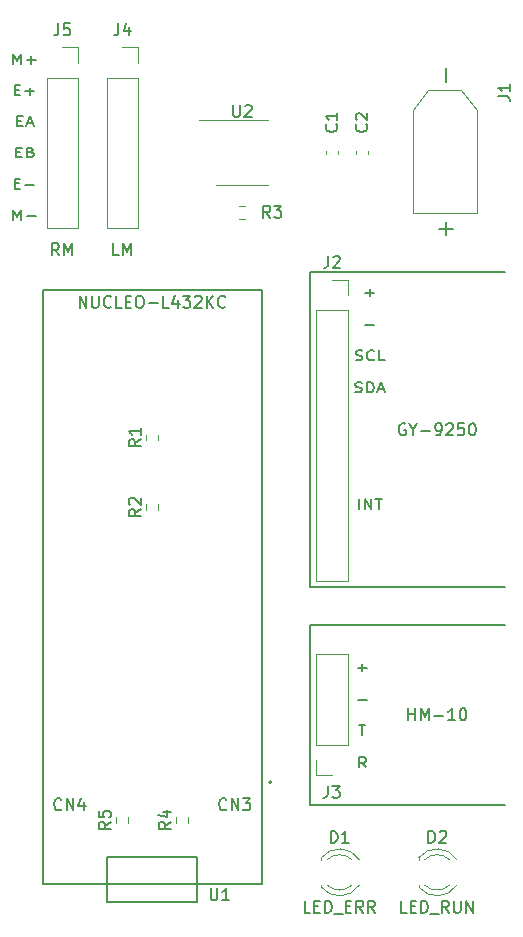
<source format=gbr>
%TF.GenerationSoftware,KiCad,Pcbnew,(6.0.7)*%
%TF.CreationDate,2023-08-01T01:27:09+09:00*%
%TF.ProjectId,graduate-project,67726164-7561-4746-952d-70726f6a6563,rev?*%
%TF.SameCoordinates,Original*%
%TF.FileFunction,Legend,Top*%
%TF.FilePolarity,Positive*%
%FSLAX46Y46*%
G04 Gerber Fmt 4.6, Leading zero omitted, Abs format (unit mm)*
G04 Created by KiCad (PCBNEW (6.0.7)) date 2023-08-01 01:27:09*
%MOMM*%
%LPD*%
G01*
G04 APERTURE LIST*
%ADD10C,0.150000*%
%ADD11C,0.120000*%
%ADD12C,0.127000*%
%ADD13C,0.200000*%
G04 APERTURE END LIST*
D10*
X76835000Y-89535000D02*
X76835000Y-104775000D01*
X93345000Y-59690000D02*
X76835000Y-59690000D01*
X59690000Y-109220000D02*
X67310000Y-109220000D01*
X67310000Y-109220000D02*
X67310000Y-113030000D01*
X67310000Y-113030000D02*
X59690000Y-113030000D01*
X59690000Y-113030000D02*
X59690000Y-109220000D01*
X76835000Y-104775000D02*
X93345000Y-104775000D01*
X93345000Y-89535000D02*
X76835000Y-89535000D01*
X76835000Y-86360000D02*
X93345000Y-86360000D01*
X76835000Y-59690000D02*
X76835000Y-86360000D01*
X69794523Y-105132142D02*
X69746904Y-105179761D01*
X69604047Y-105227380D01*
X69508809Y-105227380D01*
X69365952Y-105179761D01*
X69270714Y-105084523D01*
X69223095Y-104989285D01*
X69175476Y-104798809D01*
X69175476Y-104655952D01*
X69223095Y-104465476D01*
X69270714Y-104370238D01*
X69365952Y-104275000D01*
X69508809Y-104227380D01*
X69604047Y-104227380D01*
X69746904Y-104275000D01*
X69794523Y-104322619D01*
X70223095Y-105227380D02*
X70223095Y-104227380D01*
X70794523Y-105227380D01*
X70794523Y-104227380D01*
X71175476Y-104227380D02*
X71794523Y-104227380D01*
X71461190Y-104608333D01*
X71604047Y-104608333D01*
X71699285Y-104655952D01*
X71746904Y-104703571D01*
X71794523Y-104798809D01*
X71794523Y-105036904D01*
X71746904Y-105132142D01*
X71699285Y-105179761D01*
X71604047Y-105227380D01*
X71318333Y-105227380D01*
X71223095Y-105179761D01*
X71175476Y-105132142D01*
X55824523Y-105132142D02*
X55776904Y-105179761D01*
X55634047Y-105227380D01*
X55538809Y-105227380D01*
X55395952Y-105179761D01*
X55300714Y-105084523D01*
X55253095Y-104989285D01*
X55205476Y-104798809D01*
X55205476Y-104655952D01*
X55253095Y-104465476D01*
X55300714Y-104370238D01*
X55395952Y-104275000D01*
X55538809Y-104227380D01*
X55634047Y-104227380D01*
X55776904Y-104275000D01*
X55824523Y-104322619D01*
X56253095Y-105227380D02*
X56253095Y-104227380D01*
X56824523Y-105227380D01*
X56824523Y-104227380D01*
X57729285Y-104560714D02*
X57729285Y-105227380D01*
X57491190Y-104179761D02*
X57253095Y-104894047D01*
X57872142Y-104894047D01*
X81534047Y-61407800D02*
X82295952Y-61407800D01*
X81915000Y-61727800D02*
X81915000Y-61087800D01*
X81534047Y-64112600D02*
X82295952Y-64112600D01*
X80724523Y-67097400D02*
X80867380Y-67137400D01*
X81105476Y-67137400D01*
X81200714Y-67097400D01*
X81248333Y-67057400D01*
X81295952Y-66977400D01*
X81295952Y-66897400D01*
X81248333Y-66817400D01*
X81200714Y-66777400D01*
X81105476Y-66737400D01*
X80915000Y-66697400D01*
X80819761Y-66657400D01*
X80772142Y-66617400D01*
X80724523Y-66537400D01*
X80724523Y-66457400D01*
X80772142Y-66377400D01*
X80819761Y-66337400D01*
X80915000Y-66297400D01*
X81153095Y-66297400D01*
X81295952Y-66337400D01*
X82295952Y-67057400D02*
X82248333Y-67097400D01*
X82105476Y-67137400D01*
X82010238Y-67137400D01*
X81867380Y-67097400D01*
X81772142Y-67017400D01*
X81724523Y-66937400D01*
X81676904Y-66777400D01*
X81676904Y-66657400D01*
X81724523Y-66497400D01*
X81772142Y-66417400D01*
X81867380Y-66337400D01*
X82010238Y-66297400D01*
X82105476Y-66297400D01*
X82248333Y-66337400D01*
X82295952Y-66377400D01*
X83200714Y-67137400D02*
X82724523Y-67137400D01*
X82724523Y-66297400D01*
X80700714Y-69802200D02*
X80843571Y-69842200D01*
X81081666Y-69842200D01*
X81176904Y-69802200D01*
X81224523Y-69762200D01*
X81272142Y-69682200D01*
X81272142Y-69602200D01*
X81224523Y-69522200D01*
X81176904Y-69482200D01*
X81081666Y-69442200D01*
X80891190Y-69402200D01*
X80795952Y-69362200D01*
X80748333Y-69322200D01*
X80700714Y-69242200D01*
X80700714Y-69162200D01*
X80748333Y-69082200D01*
X80795952Y-69042200D01*
X80891190Y-69002200D01*
X81129285Y-69002200D01*
X81272142Y-69042200D01*
X81700714Y-69842200D02*
X81700714Y-69002200D01*
X81938809Y-69002200D01*
X82081666Y-69042200D01*
X82176904Y-69122200D01*
X82224523Y-69202200D01*
X82272142Y-69362200D01*
X82272142Y-69482200D01*
X82224523Y-69642200D01*
X82176904Y-69722200D01*
X82081666Y-69802200D01*
X81938809Y-69842200D01*
X81700714Y-69842200D01*
X82653095Y-69602200D02*
X83129285Y-69602200D01*
X82557857Y-69842200D02*
X82891190Y-69002200D01*
X83224523Y-69842200D01*
X80899047Y-93157800D02*
X81660952Y-93157800D01*
X81280000Y-93477800D02*
X81280000Y-92837800D01*
X80899047Y-95862600D02*
X81660952Y-95862600D01*
X80994285Y-98047400D02*
X81565714Y-98047400D01*
X81280000Y-98887400D02*
X81280000Y-98047400D01*
X81589523Y-101592200D02*
X81256190Y-101192200D01*
X81018095Y-101592200D02*
X81018095Y-100752200D01*
X81399047Y-100752200D01*
X81494285Y-100792200D01*
X81541904Y-100832200D01*
X81589523Y-100912200D01*
X81589523Y-101032200D01*
X81541904Y-101112200D01*
X81494285Y-101152200D01*
X81399047Y-101192200D01*
X81018095Y-101192200D01*
X51752619Y-42029952D02*
X51752619Y-41209952D01*
X52085952Y-41795666D01*
X52419285Y-41209952D01*
X52419285Y-42029952D01*
X52895476Y-41717571D02*
X53657380Y-41717571D01*
X53276428Y-42029952D02*
X53276428Y-41405190D01*
X51871666Y-44240828D02*
X52205000Y-44240828D01*
X52347857Y-44670352D02*
X51871666Y-44670352D01*
X51871666Y-43850352D01*
X52347857Y-43850352D01*
X52776428Y-44357971D02*
X53538333Y-44357971D01*
X53157380Y-44670352D02*
X53157380Y-44045590D01*
X52062142Y-46881228D02*
X52395476Y-46881228D01*
X52538333Y-47310752D02*
X52062142Y-47310752D01*
X52062142Y-46490752D01*
X52538333Y-46490752D01*
X52919285Y-47076466D02*
X53395476Y-47076466D01*
X52824047Y-47310752D02*
X53157380Y-46490752D01*
X53490714Y-47310752D01*
X51990714Y-49521628D02*
X52324047Y-49521628D01*
X52466904Y-49951152D02*
X51990714Y-49951152D01*
X51990714Y-49131152D01*
X52466904Y-49131152D01*
X53228809Y-49521628D02*
X53371666Y-49560676D01*
X53419285Y-49599723D01*
X53466904Y-49677819D01*
X53466904Y-49794961D01*
X53419285Y-49873057D01*
X53371666Y-49912104D01*
X53276428Y-49951152D01*
X52895476Y-49951152D01*
X52895476Y-49131152D01*
X53228809Y-49131152D01*
X53324047Y-49170200D01*
X53371666Y-49209247D01*
X53419285Y-49287342D01*
X53419285Y-49365438D01*
X53371666Y-49443533D01*
X53324047Y-49482580D01*
X53228809Y-49521628D01*
X52895476Y-49521628D01*
X51871666Y-52162028D02*
X52205000Y-52162028D01*
X52347857Y-52591552D02*
X51871666Y-52591552D01*
X51871666Y-51771552D01*
X52347857Y-51771552D01*
X52776428Y-52279171D02*
X53538333Y-52279171D01*
X51752619Y-55231952D02*
X51752619Y-54411952D01*
X52085952Y-54997666D01*
X52419285Y-54411952D01*
X52419285Y-55231952D01*
X52895476Y-54919571D02*
X53657380Y-54919571D01*
X81010238Y-79755000D02*
X81010238Y-78915000D01*
X81486428Y-79755000D02*
X81486428Y-78915000D01*
X82057857Y-79755000D01*
X82057857Y-78915000D01*
X82391190Y-78915000D02*
X82962619Y-78915000D01*
X82676904Y-79755000D02*
X82676904Y-78915000D01*
X55618095Y-58237380D02*
X55284761Y-57761190D01*
X55046666Y-58237380D02*
X55046666Y-57237380D01*
X55427619Y-57237380D01*
X55522857Y-57285000D01*
X55570476Y-57332619D01*
X55618095Y-57427857D01*
X55618095Y-57570714D01*
X55570476Y-57665952D01*
X55522857Y-57713571D01*
X55427619Y-57761190D01*
X55046666Y-57761190D01*
X56046666Y-58237380D02*
X56046666Y-57237380D01*
X56380000Y-57951666D01*
X56713333Y-57237380D01*
X56713333Y-58237380D01*
X60698095Y-58237380D02*
X60221904Y-58237380D01*
X60221904Y-57237380D01*
X61031428Y-58237380D02*
X61031428Y-57237380D01*
X61364761Y-57951666D01*
X61698095Y-57237380D01*
X61698095Y-58237380D01*
%TO.C,J2*%
X78406666Y-58307380D02*
X78406666Y-59021666D01*
X78359047Y-59164523D01*
X78263809Y-59259761D01*
X78120952Y-59307380D01*
X78025714Y-59307380D01*
X78835238Y-58402619D02*
X78882857Y-58355000D01*
X78978095Y-58307380D01*
X79216190Y-58307380D01*
X79311428Y-58355000D01*
X79359047Y-58402619D01*
X79406666Y-58497857D01*
X79406666Y-58593095D01*
X79359047Y-58735952D01*
X78787619Y-59307380D01*
X79406666Y-59307380D01*
X84939523Y-72525000D02*
X84844285Y-72477380D01*
X84701428Y-72477380D01*
X84558571Y-72525000D01*
X84463333Y-72620238D01*
X84415714Y-72715476D01*
X84368095Y-72905952D01*
X84368095Y-73048809D01*
X84415714Y-73239285D01*
X84463333Y-73334523D01*
X84558571Y-73429761D01*
X84701428Y-73477380D01*
X84796666Y-73477380D01*
X84939523Y-73429761D01*
X84987142Y-73382142D01*
X84987142Y-73048809D01*
X84796666Y-73048809D01*
X85606190Y-73001190D02*
X85606190Y-73477380D01*
X85272857Y-72477380D02*
X85606190Y-73001190D01*
X85939523Y-72477380D01*
X86272857Y-73096428D02*
X87034761Y-73096428D01*
X87558571Y-73477380D02*
X87749047Y-73477380D01*
X87844285Y-73429761D01*
X87891904Y-73382142D01*
X87987142Y-73239285D01*
X88034761Y-73048809D01*
X88034761Y-72667857D01*
X87987142Y-72572619D01*
X87939523Y-72525000D01*
X87844285Y-72477380D01*
X87653809Y-72477380D01*
X87558571Y-72525000D01*
X87510952Y-72572619D01*
X87463333Y-72667857D01*
X87463333Y-72905952D01*
X87510952Y-73001190D01*
X87558571Y-73048809D01*
X87653809Y-73096428D01*
X87844285Y-73096428D01*
X87939523Y-73048809D01*
X87987142Y-73001190D01*
X88034761Y-72905952D01*
X88415714Y-72572619D02*
X88463333Y-72525000D01*
X88558571Y-72477380D01*
X88796666Y-72477380D01*
X88891904Y-72525000D01*
X88939523Y-72572619D01*
X88987142Y-72667857D01*
X88987142Y-72763095D01*
X88939523Y-72905952D01*
X88368095Y-73477380D01*
X88987142Y-73477380D01*
X89891904Y-72477380D02*
X89415714Y-72477380D01*
X89368095Y-72953571D01*
X89415714Y-72905952D01*
X89510952Y-72858333D01*
X89749047Y-72858333D01*
X89844285Y-72905952D01*
X89891904Y-72953571D01*
X89939523Y-73048809D01*
X89939523Y-73286904D01*
X89891904Y-73382142D01*
X89844285Y-73429761D01*
X89749047Y-73477380D01*
X89510952Y-73477380D01*
X89415714Y-73429761D01*
X89368095Y-73382142D01*
X90558571Y-72477380D02*
X90653809Y-72477380D01*
X90749047Y-72525000D01*
X90796666Y-72572619D01*
X90844285Y-72667857D01*
X90891904Y-72858333D01*
X90891904Y-73096428D01*
X90844285Y-73286904D01*
X90796666Y-73382142D01*
X90749047Y-73429761D01*
X90653809Y-73477380D01*
X90558571Y-73477380D01*
X90463333Y-73429761D01*
X90415714Y-73382142D01*
X90368095Y-73286904D01*
X90320476Y-73096428D01*
X90320476Y-72858333D01*
X90368095Y-72667857D01*
X90415714Y-72572619D01*
X90463333Y-72525000D01*
X90558571Y-72477380D01*
%TO.C,R3*%
X73493333Y-55062380D02*
X73160000Y-54586190D01*
X72921904Y-55062380D02*
X72921904Y-54062380D01*
X73302857Y-54062380D01*
X73398095Y-54110000D01*
X73445714Y-54157619D01*
X73493333Y-54252857D01*
X73493333Y-54395714D01*
X73445714Y-54490952D01*
X73398095Y-54538571D01*
X73302857Y-54586190D01*
X72921904Y-54586190D01*
X73826666Y-54062380D02*
X74445714Y-54062380D01*
X74112380Y-54443333D01*
X74255238Y-54443333D01*
X74350476Y-54490952D01*
X74398095Y-54538571D01*
X74445714Y-54633809D01*
X74445714Y-54871904D01*
X74398095Y-54967142D01*
X74350476Y-55014761D01*
X74255238Y-55062380D01*
X73969523Y-55062380D01*
X73874285Y-55014761D01*
X73826666Y-54967142D01*
%TO.C,C2*%
X81637142Y-47156666D02*
X81684761Y-47204285D01*
X81732380Y-47347142D01*
X81732380Y-47442380D01*
X81684761Y-47585238D01*
X81589523Y-47680476D01*
X81494285Y-47728095D01*
X81303809Y-47775714D01*
X81160952Y-47775714D01*
X80970476Y-47728095D01*
X80875238Y-47680476D01*
X80780000Y-47585238D01*
X80732380Y-47442380D01*
X80732380Y-47347142D01*
X80780000Y-47204285D01*
X80827619Y-47156666D01*
X80827619Y-46775714D02*
X80780000Y-46728095D01*
X80732380Y-46632857D01*
X80732380Y-46394761D01*
X80780000Y-46299523D01*
X80827619Y-46251904D01*
X80922857Y-46204285D01*
X81018095Y-46204285D01*
X81160952Y-46251904D01*
X81732380Y-46823333D01*
X81732380Y-46204285D01*
%TO.C,D1*%
X78631904Y-107982380D02*
X78631904Y-106982380D01*
X78870000Y-106982380D01*
X79012857Y-107030000D01*
X79108095Y-107125238D01*
X79155714Y-107220476D01*
X79203333Y-107410952D01*
X79203333Y-107553809D01*
X79155714Y-107744285D01*
X79108095Y-107839523D01*
X79012857Y-107934761D01*
X78870000Y-107982380D01*
X78631904Y-107982380D01*
X80155714Y-107982380D02*
X79584285Y-107982380D01*
X79870000Y-107982380D02*
X79870000Y-106982380D01*
X79774761Y-107125238D01*
X79679523Y-107220476D01*
X79584285Y-107268095D01*
X76893809Y-113902380D02*
X76417619Y-113902380D01*
X76417619Y-112902380D01*
X77227142Y-113378571D02*
X77560476Y-113378571D01*
X77703333Y-113902380D02*
X77227142Y-113902380D01*
X77227142Y-112902380D01*
X77703333Y-112902380D01*
X78131904Y-113902380D02*
X78131904Y-112902380D01*
X78370000Y-112902380D01*
X78512857Y-112950000D01*
X78608095Y-113045238D01*
X78655714Y-113140476D01*
X78703333Y-113330952D01*
X78703333Y-113473809D01*
X78655714Y-113664285D01*
X78608095Y-113759523D01*
X78512857Y-113854761D01*
X78370000Y-113902380D01*
X78131904Y-113902380D01*
X78893809Y-113997619D02*
X79655714Y-113997619D01*
X79893809Y-113378571D02*
X80227142Y-113378571D01*
X80370000Y-113902380D02*
X79893809Y-113902380D01*
X79893809Y-112902380D01*
X80370000Y-112902380D01*
X81370000Y-113902380D02*
X81036666Y-113426190D01*
X80798571Y-113902380D02*
X80798571Y-112902380D01*
X81179523Y-112902380D01*
X81274761Y-112950000D01*
X81322380Y-112997619D01*
X81370000Y-113092857D01*
X81370000Y-113235714D01*
X81322380Y-113330952D01*
X81274761Y-113378571D01*
X81179523Y-113426190D01*
X80798571Y-113426190D01*
X82370000Y-113902380D02*
X82036666Y-113426190D01*
X81798571Y-113902380D02*
X81798571Y-112902380D01*
X82179523Y-112902380D01*
X82274761Y-112950000D01*
X82322380Y-112997619D01*
X82370000Y-113092857D01*
X82370000Y-113235714D01*
X82322380Y-113330952D01*
X82274761Y-113378571D01*
X82179523Y-113426190D01*
X81798571Y-113426190D01*
%TO.C,R2*%
X62522380Y-79731666D02*
X62046190Y-80065000D01*
X62522380Y-80303095D02*
X61522380Y-80303095D01*
X61522380Y-79922142D01*
X61570000Y-79826904D01*
X61617619Y-79779285D01*
X61712857Y-79731666D01*
X61855714Y-79731666D01*
X61950952Y-79779285D01*
X61998571Y-79826904D01*
X62046190Y-79922142D01*
X62046190Y-80303095D01*
X61617619Y-79350714D02*
X61570000Y-79303095D01*
X61522380Y-79207857D01*
X61522380Y-78969761D01*
X61570000Y-78874523D01*
X61617619Y-78826904D01*
X61712857Y-78779285D01*
X61808095Y-78779285D01*
X61950952Y-78826904D01*
X62522380Y-79398333D01*
X62522380Y-78779285D01*
%TO.C,R1*%
X62522380Y-73826666D02*
X62046190Y-74160000D01*
X62522380Y-74398095D02*
X61522380Y-74398095D01*
X61522380Y-74017142D01*
X61570000Y-73921904D01*
X61617619Y-73874285D01*
X61712857Y-73826666D01*
X61855714Y-73826666D01*
X61950952Y-73874285D01*
X61998571Y-73921904D01*
X62046190Y-74017142D01*
X62046190Y-74398095D01*
X62522380Y-72874285D02*
X62522380Y-73445714D01*
X62522380Y-73160000D02*
X61522380Y-73160000D01*
X61665238Y-73255238D01*
X61760476Y-73350476D01*
X61808095Y-73445714D01*
%TO.C,D2*%
X86886904Y-107982380D02*
X86886904Y-106982380D01*
X87125000Y-106982380D01*
X87267857Y-107030000D01*
X87363095Y-107125238D01*
X87410714Y-107220476D01*
X87458333Y-107410952D01*
X87458333Y-107553809D01*
X87410714Y-107744285D01*
X87363095Y-107839523D01*
X87267857Y-107934761D01*
X87125000Y-107982380D01*
X86886904Y-107982380D01*
X87839285Y-107077619D02*
X87886904Y-107030000D01*
X87982142Y-106982380D01*
X88220238Y-106982380D01*
X88315476Y-107030000D01*
X88363095Y-107077619D01*
X88410714Y-107172857D01*
X88410714Y-107268095D01*
X88363095Y-107410952D01*
X87791666Y-107982380D01*
X88410714Y-107982380D01*
X85053571Y-113902380D02*
X84577380Y-113902380D01*
X84577380Y-112902380D01*
X85386904Y-113378571D02*
X85720238Y-113378571D01*
X85863095Y-113902380D02*
X85386904Y-113902380D01*
X85386904Y-112902380D01*
X85863095Y-112902380D01*
X86291666Y-113902380D02*
X86291666Y-112902380D01*
X86529761Y-112902380D01*
X86672619Y-112950000D01*
X86767857Y-113045238D01*
X86815476Y-113140476D01*
X86863095Y-113330952D01*
X86863095Y-113473809D01*
X86815476Y-113664285D01*
X86767857Y-113759523D01*
X86672619Y-113854761D01*
X86529761Y-113902380D01*
X86291666Y-113902380D01*
X87053571Y-113997619D02*
X87815476Y-113997619D01*
X88625000Y-113902380D02*
X88291666Y-113426190D01*
X88053571Y-113902380D02*
X88053571Y-112902380D01*
X88434523Y-112902380D01*
X88529761Y-112950000D01*
X88577380Y-112997619D01*
X88625000Y-113092857D01*
X88625000Y-113235714D01*
X88577380Y-113330952D01*
X88529761Y-113378571D01*
X88434523Y-113426190D01*
X88053571Y-113426190D01*
X89053571Y-112902380D02*
X89053571Y-113711904D01*
X89101190Y-113807142D01*
X89148809Y-113854761D01*
X89244047Y-113902380D01*
X89434523Y-113902380D01*
X89529761Y-113854761D01*
X89577380Y-113807142D01*
X89625000Y-113711904D01*
X89625000Y-112902380D01*
X90101190Y-113902380D02*
X90101190Y-112902380D01*
X90672619Y-113902380D01*
X90672619Y-112902380D01*
%TO.C,R4*%
X65062380Y-106211666D02*
X64586190Y-106545000D01*
X65062380Y-106783095D02*
X64062380Y-106783095D01*
X64062380Y-106402142D01*
X64110000Y-106306904D01*
X64157619Y-106259285D01*
X64252857Y-106211666D01*
X64395714Y-106211666D01*
X64490952Y-106259285D01*
X64538571Y-106306904D01*
X64586190Y-106402142D01*
X64586190Y-106783095D01*
X64395714Y-105354523D02*
X65062380Y-105354523D01*
X64014761Y-105592619D02*
X64729047Y-105830714D01*
X64729047Y-105211666D01*
%TO.C,C1*%
X79097142Y-47156666D02*
X79144761Y-47204285D01*
X79192380Y-47347142D01*
X79192380Y-47442380D01*
X79144761Y-47585238D01*
X79049523Y-47680476D01*
X78954285Y-47728095D01*
X78763809Y-47775714D01*
X78620952Y-47775714D01*
X78430476Y-47728095D01*
X78335238Y-47680476D01*
X78240000Y-47585238D01*
X78192380Y-47442380D01*
X78192380Y-47347142D01*
X78240000Y-47204285D01*
X78287619Y-47156666D01*
X79192380Y-46204285D02*
X79192380Y-46775714D01*
X79192380Y-46490000D02*
X78192380Y-46490000D01*
X78335238Y-46585238D01*
X78430476Y-46680476D01*
X78478095Y-46775714D01*
%TO.C,R5*%
X59982380Y-106211666D02*
X59506190Y-106545000D01*
X59982380Y-106783095D02*
X58982380Y-106783095D01*
X58982380Y-106402142D01*
X59030000Y-106306904D01*
X59077619Y-106259285D01*
X59172857Y-106211666D01*
X59315714Y-106211666D01*
X59410952Y-106259285D01*
X59458571Y-106306904D01*
X59506190Y-106402142D01*
X59506190Y-106783095D01*
X58982380Y-105306904D02*
X58982380Y-105783095D01*
X59458571Y-105830714D01*
X59410952Y-105783095D01*
X59363333Y-105687857D01*
X59363333Y-105449761D01*
X59410952Y-105354523D01*
X59458571Y-105306904D01*
X59553809Y-105259285D01*
X59791904Y-105259285D01*
X59887142Y-105306904D01*
X59934761Y-105354523D01*
X59982380Y-105449761D01*
X59982380Y-105687857D01*
X59934761Y-105783095D01*
X59887142Y-105830714D01*
%TO.C,U1*%
X68453095Y-111847380D02*
X68453095Y-112656904D01*
X68500714Y-112752142D01*
X68548333Y-112799761D01*
X68643571Y-112847380D01*
X68834047Y-112847380D01*
X68929285Y-112799761D01*
X68976904Y-112752142D01*
X69024523Y-112656904D01*
X69024523Y-111847380D01*
X70024523Y-112847380D02*
X69453095Y-112847380D01*
X69738809Y-112847380D02*
X69738809Y-111847380D01*
X69643571Y-111990238D01*
X69548333Y-112085476D01*
X69453095Y-112133095D01*
X57357142Y-62682380D02*
X57357142Y-61682380D01*
X57928571Y-62682380D01*
X57928571Y-61682380D01*
X58404761Y-61682380D02*
X58404761Y-62491904D01*
X58452380Y-62587142D01*
X58500000Y-62634761D01*
X58595238Y-62682380D01*
X58785714Y-62682380D01*
X58880952Y-62634761D01*
X58928571Y-62587142D01*
X58976190Y-62491904D01*
X58976190Y-61682380D01*
X60023809Y-62587142D02*
X59976190Y-62634761D01*
X59833333Y-62682380D01*
X59738095Y-62682380D01*
X59595238Y-62634761D01*
X59500000Y-62539523D01*
X59452380Y-62444285D01*
X59404761Y-62253809D01*
X59404761Y-62110952D01*
X59452380Y-61920476D01*
X59500000Y-61825238D01*
X59595238Y-61730000D01*
X59738095Y-61682380D01*
X59833333Y-61682380D01*
X59976190Y-61730000D01*
X60023809Y-61777619D01*
X60928571Y-62682380D02*
X60452380Y-62682380D01*
X60452380Y-61682380D01*
X61261904Y-62158571D02*
X61595238Y-62158571D01*
X61738095Y-62682380D02*
X61261904Y-62682380D01*
X61261904Y-61682380D01*
X61738095Y-61682380D01*
X62357142Y-61682380D02*
X62547619Y-61682380D01*
X62642857Y-61730000D01*
X62738095Y-61825238D01*
X62785714Y-62015714D01*
X62785714Y-62349047D01*
X62738095Y-62539523D01*
X62642857Y-62634761D01*
X62547619Y-62682380D01*
X62357142Y-62682380D01*
X62261904Y-62634761D01*
X62166666Y-62539523D01*
X62119047Y-62349047D01*
X62119047Y-62015714D01*
X62166666Y-61825238D01*
X62261904Y-61730000D01*
X62357142Y-61682380D01*
X63214285Y-62301428D02*
X63976190Y-62301428D01*
X64928571Y-62682380D02*
X64452380Y-62682380D01*
X64452380Y-61682380D01*
X65690476Y-62015714D02*
X65690476Y-62682380D01*
X65452380Y-61634761D02*
X65214285Y-62349047D01*
X65833333Y-62349047D01*
X66119047Y-61682380D02*
X66738095Y-61682380D01*
X66404761Y-62063333D01*
X66547619Y-62063333D01*
X66642857Y-62110952D01*
X66690476Y-62158571D01*
X66738095Y-62253809D01*
X66738095Y-62491904D01*
X66690476Y-62587142D01*
X66642857Y-62634761D01*
X66547619Y-62682380D01*
X66261904Y-62682380D01*
X66166666Y-62634761D01*
X66119047Y-62587142D01*
X67119047Y-61777619D02*
X67166666Y-61730000D01*
X67261904Y-61682380D01*
X67500000Y-61682380D01*
X67595238Y-61730000D01*
X67642857Y-61777619D01*
X67690476Y-61872857D01*
X67690476Y-61968095D01*
X67642857Y-62110952D01*
X67071428Y-62682380D01*
X67690476Y-62682380D01*
X68119047Y-62682380D02*
X68119047Y-61682380D01*
X68690476Y-62682380D02*
X68261904Y-62110952D01*
X68690476Y-61682380D02*
X68119047Y-62253809D01*
X69690476Y-62587142D02*
X69642857Y-62634761D01*
X69500000Y-62682380D01*
X69404761Y-62682380D01*
X69261904Y-62634761D01*
X69166666Y-62539523D01*
X69119047Y-62444285D01*
X69071428Y-62253809D01*
X69071428Y-62110952D01*
X69119047Y-61920476D01*
X69166666Y-61825238D01*
X69261904Y-61730000D01*
X69404761Y-61682380D01*
X69500000Y-61682380D01*
X69642857Y-61730000D01*
X69690476Y-61777619D01*
%TO.C,U2*%
X70358095Y-45532380D02*
X70358095Y-46341904D01*
X70405714Y-46437142D01*
X70453333Y-46484761D01*
X70548571Y-46532380D01*
X70739047Y-46532380D01*
X70834285Y-46484761D01*
X70881904Y-46437142D01*
X70929523Y-46341904D01*
X70929523Y-45532380D01*
X71358095Y-45627619D02*
X71405714Y-45580000D01*
X71500952Y-45532380D01*
X71739047Y-45532380D01*
X71834285Y-45580000D01*
X71881904Y-45627619D01*
X71929523Y-45722857D01*
X71929523Y-45818095D01*
X71881904Y-45960952D01*
X71310476Y-46532380D01*
X71929523Y-46532380D01*
%TO.C,J5*%
X55571666Y-38617380D02*
X55571666Y-39331666D01*
X55524047Y-39474523D01*
X55428809Y-39569761D01*
X55285952Y-39617380D01*
X55190714Y-39617380D01*
X56524047Y-38617380D02*
X56047857Y-38617380D01*
X56000238Y-39093571D01*
X56047857Y-39045952D01*
X56143095Y-38998333D01*
X56381190Y-38998333D01*
X56476428Y-39045952D01*
X56524047Y-39093571D01*
X56571666Y-39188809D01*
X56571666Y-39426904D01*
X56524047Y-39522142D01*
X56476428Y-39569761D01*
X56381190Y-39617380D01*
X56143095Y-39617380D01*
X56047857Y-39569761D01*
X56000238Y-39522142D01*
%TO.C,J3*%
X78381666Y-103177380D02*
X78381666Y-103891666D01*
X78334047Y-104034523D01*
X78238809Y-104129761D01*
X78095952Y-104177380D01*
X78000714Y-104177380D01*
X78762619Y-103177380D02*
X79381666Y-103177380D01*
X79048333Y-103558333D01*
X79191190Y-103558333D01*
X79286428Y-103605952D01*
X79334047Y-103653571D01*
X79381666Y-103748809D01*
X79381666Y-103986904D01*
X79334047Y-104082142D01*
X79286428Y-104129761D01*
X79191190Y-104177380D01*
X78905476Y-104177380D01*
X78810238Y-104129761D01*
X78762619Y-104082142D01*
X85201428Y-97607380D02*
X85201428Y-96607380D01*
X85201428Y-97083571D02*
X85772857Y-97083571D01*
X85772857Y-97607380D02*
X85772857Y-96607380D01*
X86249047Y-97607380D02*
X86249047Y-96607380D01*
X86582380Y-97321666D01*
X86915714Y-96607380D01*
X86915714Y-97607380D01*
X87391904Y-97226428D02*
X88153809Y-97226428D01*
X89153809Y-97607380D02*
X88582380Y-97607380D01*
X88868095Y-97607380D02*
X88868095Y-96607380D01*
X88772857Y-96750238D01*
X88677619Y-96845476D01*
X88582380Y-96893095D01*
X89772857Y-96607380D02*
X89868095Y-96607380D01*
X89963333Y-96655000D01*
X90010952Y-96702619D01*
X90058571Y-96797857D01*
X90106190Y-96988333D01*
X90106190Y-97226428D01*
X90058571Y-97416904D01*
X90010952Y-97512142D01*
X89963333Y-97559761D01*
X89868095Y-97607380D01*
X89772857Y-97607380D01*
X89677619Y-97559761D01*
X89630000Y-97512142D01*
X89582380Y-97416904D01*
X89534761Y-97226428D01*
X89534761Y-96988333D01*
X89582380Y-96797857D01*
X89630000Y-96702619D01*
X89677619Y-96655000D01*
X89772857Y-96607380D01*
%TO.C,J1*%
X92797380Y-44783333D02*
X93511666Y-44783333D01*
X93654523Y-44830952D01*
X93749761Y-44926190D01*
X93797380Y-45069047D01*
X93797380Y-45164285D01*
X93797380Y-43783333D02*
X93797380Y-44354761D01*
X93797380Y-44069047D02*
X92797380Y-44069047D01*
X92940238Y-44164285D01*
X93035476Y-44259523D01*
X93083095Y-44354761D01*
X88372142Y-43561428D02*
X88372142Y-42418571D01*
X88372142Y-56561428D02*
X88372142Y-55418571D01*
X88943571Y-55990000D02*
X87800714Y-55990000D01*
%TO.C,J4*%
X60651666Y-38617380D02*
X60651666Y-39331666D01*
X60604047Y-39474523D01*
X60508809Y-39569761D01*
X60365952Y-39617380D01*
X60270714Y-39617380D01*
X61556428Y-38950714D02*
X61556428Y-39617380D01*
X61318333Y-38569761D02*
X61080238Y-39284047D01*
X61699285Y-39284047D01*
D11*
%TO.C,J2*%
X80070000Y-60295000D02*
X80070000Y-61625000D01*
X77410000Y-85815000D02*
X80070000Y-85815000D01*
X77410000Y-62895000D02*
X77410000Y-85815000D01*
X80070000Y-62895000D02*
X80070000Y-85815000D01*
X77410000Y-62895000D02*
X80070000Y-62895000D01*
X78740000Y-60295000D02*
X80070000Y-60295000D01*
%TO.C,R3*%
X71357258Y-54087500D02*
X70882742Y-54087500D01*
X71357258Y-55132500D02*
X70882742Y-55132500D01*
%TO.C,C2*%
X80770000Y-49670580D02*
X80770000Y-49389420D01*
X81790000Y-49670580D02*
X81790000Y-49389420D01*
%TO.C,D1*%
X77810000Y-111570000D02*
X77810000Y-111726000D01*
X77810000Y-109254000D02*
X77810000Y-109410000D01*
X80411130Y-109410163D02*
G75*
G03*
X78329039Y-109410000I-1041130J-1079837D01*
G01*
X78329039Y-111570000D02*
G75*
G03*
X80411130Y-111569837I1040961J1080000D01*
G01*
X77810000Y-111725516D02*
G75*
G03*
X81042335Y-111568608I1560000J1235516D01*
G01*
X81042335Y-109411392D02*
G75*
G03*
X77810000Y-109254484I-1672335J-1078608D01*
G01*
%TO.C,R2*%
X64022500Y-79802258D02*
X64022500Y-79327742D01*
X62977500Y-79802258D02*
X62977500Y-79327742D01*
%TO.C,R1*%
X62977500Y-73897258D02*
X62977500Y-73422742D01*
X64022500Y-73897258D02*
X64022500Y-73422742D01*
%TO.C,D2*%
X86065000Y-111570000D02*
X86065000Y-111726000D01*
X86065000Y-109254000D02*
X86065000Y-109410000D01*
X89297335Y-109411392D02*
G75*
G03*
X86065000Y-109254484I-1672335J-1078608D01*
G01*
X86065000Y-111725516D02*
G75*
G03*
X89297335Y-111568608I1560000J1235516D01*
G01*
X86584039Y-111570000D02*
G75*
G03*
X88666130Y-111569837I1040961J1080000D01*
G01*
X88666130Y-109410163D02*
G75*
G03*
X86584039Y-109410000I-1041130J-1079837D01*
G01*
%TO.C,R4*%
X65517500Y-106282258D02*
X65517500Y-105807742D01*
X66562500Y-106282258D02*
X66562500Y-105807742D01*
%TO.C,C1*%
X78230000Y-49670580D02*
X78230000Y-49389420D01*
X79250000Y-49670580D02*
X79250000Y-49389420D01*
%TO.C,R5*%
X60437500Y-106282258D02*
X60437500Y-105807742D01*
X61482500Y-106282258D02*
X61482500Y-105807742D01*
D12*
%TO.C,U1*%
X72770000Y-61215000D02*
X72770000Y-111505000D01*
X54230000Y-111505000D02*
X54230000Y-61215000D01*
X72770000Y-111505000D02*
X54230000Y-111505000D01*
X54230000Y-61215000D02*
X72770000Y-61215000D01*
D13*
X73600000Y-102860000D02*
G75*
G03*
X73600000Y-102860000I-100000J0D01*
G01*
D11*
%TO.C,U2*%
X71120000Y-46770000D02*
X73320000Y-46770000D01*
X71120000Y-52290000D02*
X73320000Y-52290000D01*
X71120000Y-46770000D02*
X67470000Y-46770000D01*
X71120000Y-52290000D02*
X68920000Y-52290000D01*
%TO.C,J5*%
X55905000Y-40605000D02*
X57235000Y-40605000D01*
X54575000Y-55965000D02*
X57235000Y-55965000D01*
X57235000Y-40605000D02*
X57235000Y-41935000D01*
X54575000Y-43205000D02*
X57235000Y-43205000D01*
X54575000Y-43205000D02*
X54575000Y-55965000D01*
X57235000Y-43205000D02*
X57235000Y-55965000D01*
%TO.C,J3*%
X77385000Y-99685000D02*
X77385000Y-92005000D01*
X80045000Y-99685000D02*
X77385000Y-99685000D01*
X78715000Y-102285000D02*
X77385000Y-102285000D01*
X77385000Y-102285000D02*
X77385000Y-100955000D01*
X80045000Y-92005000D02*
X77385000Y-92005000D01*
X80045000Y-99685000D02*
X80045000Y-92005000D01*
%TO.C,J1*%
X89675000Y-44280000D02*
X86855000Y-44280000D01*
X90975000Y-45980000D02*
X90975000Y-54700000D01*
X90975000Y-54700000D02*
X85555000Y-54700000D01*
X85555000Y-45980000D02*
X85555000Y-54700000D01*
X86855000Y-44280000D02*
X85555000Y-45980000D01*
X89675000Y-44280000D02*
X90975000Y-45980000D01*
%TO.C,J4*%
X62315000Y-40605000D02*
X62315000Y-41935000D01*
X62315000Y-43205000D02*
X62315000Y-55965000D01*
X59655000Y-55965000D02*
X62315000Y-55965000D01*
X59655000Y-43205000D02*
X62315000Y-43205000D01*
X60985000Y-40605000D02*
X62315000Y-40605000D01*
X59655000Y-43205000D02*
X59655000Y-55965000D01*
%TD*%
M02*

</source>
